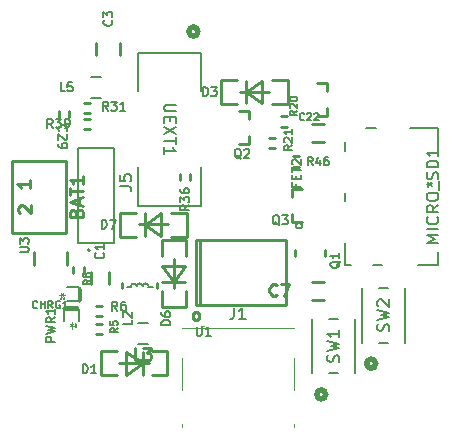
<source format=gbr>
G04 #@! TF.GenerationSoftware,KiCad,Pcbnew,7.0.7*
G04 #@! TF.CreationDate,2024-10-23T00:24:28-07:00*
G04 #@! TF.ProjectId,ESP_POE_1.4b,4553505f-504f-4455-9f31-2e34622e6b69,K*
G04 #@! TF.SameCoordinates,Original*
G04 #@! TF.FileFunction,Legend,Top*
G04 #@! TF.FilePolarity,Positive*
%FSLAX46Y46*%
G04 Gerber Fmt 4.6, Leading zero omitted, Abs format (unit mm)*
G04 Created by KiCad (PCBNEW 7.0.7) date 2024-10-23 00:24:28*
%MOMM*%
%LPD*%
G01*
G04 APERTURE LIST*
%ADD10C,0.190500*%
%ADD11C,0.158750*%
%ADD12C,0.254000*%
%ADD13C,0.177800*%
%ADD14C,0.200000*%
%ADD15C,0.150000*%
%ADD16C,0.127000*%
%ADD17C,0.050000*%
%ADD18C,0.100000*%
%ADD19C,0.152400*%
%ADD20C,0.508000*%
%ADD21C,0.120000*%
G04 APERTURE END LIST*
D10*
X75920600Y-135216609D02*
X75557743Y-135216609D01*
X75557743Y-135216609D02*
X75557743Y-134454609D01*
X76537457Y-134454609D02*
X76174600Y-134454609D01*
X76174600Y-134454609D02*
X76138314Y-134817466D01*
X76138314Y-134817466D02*
X76174600Y-134781181D01*
X76174600Y-134781181D02*
X76247172Y-134744895D01*
X76247172Y-134744895D02*
X76428600Y-134744895D01*
X76428600Y-134744895D02*
X76501172Y-134781181D01*
X76501172Y-134781181D02*
X76537457Y-134817466D01*
X76537457Y-134817466D02*
X76573743Y-134890038D01*
X76573743Y-134890038D02*
X76573743Y-135071466D01*
X76573743Y-135071466D02*
X76537457Y-135144038D01*
X76537457Y-135144038D02*
X76501172Y-135180324D01*
X76501172Y-135180324D02*
X76428600Y-135216609D01*
X76428600Y-135216609D02*
X76247172Y-135216609D01*
X76247172Y-135216609D02*
X76174600Y-135180324D01*
X76174600Y-135180324D02*
X76138314Y-135144038D01*
X74871943Y-138315409D02*
X74617943Y-137952552D01*
X74436514Y-138315409D02*
X74436514Y-137553409D01*
X74436514Y-137553409D02*
X74726800Y-137553409D01*
X74726800Y-137553409D02*
X74799371Y-137589695D01*
X74799371Y-137589695D02*
X74835657Y-137625981D01*
X74835657Y-137625981D02*
X74871943Y-137698552D01*
X74871943Y-137698552D02*
X74871943Y-137807409D01*
X74871943Y-137807409D02*
X74835657Y-137879981D01*
X74835657Y-137879981D02*
X74799371Y-137916266D01*
X74799371Y-137916266D02*
X74726800Y-137952552D01*
X74726800Y-137952552D02*
X74436514Y-137952552D01*
X75125943Y-137553409D02*
X75597657Y-137553409D01*
X75597657Y-137553409D02*
X75343657Y-137843695D01*
X75343657Y-137843695D02*
X75452514Y-137843695D01*
X75452514Y-137843695D02*
X75525086Y-137879981D01*
X75525086Y-137879981D02*
X75561371Y-137916266D01*
X75561371Y-137916266D02*
X75597657Y-137988838D01*
X75597657Y-137988838D02*
X75597657Y-138170266D01*
X75597657Y-138170266D02*
X75561371Y-138242838D01*
X75561371Y-138242838D02*
X75525086Y-138279124D01*
X75525086Y-138279124D02*
X75452514Y-138315409D01*
X75452514Y-138315409D02*
X75234800Y-138315409D01*
X75234800Y-138315409D02*
X75162228Y-138279124D01*
X75162228Y-138279124D02*
X75125943Y-138242838D01*
X75960514Y-138315409D02*
X76105657Y-138315409D01*
X76105657Y-138315409D02*
X76178228Y-138279124D01*
X76178228Y-138279124D02*
X76214514Y-138242838D01*
X76214514Y-138242838D02*
X76287085Y-138133981D01*
X76287085Y-138133981D02*
X76323371Y-137988838D01*
X76323371Y-137988838D02*
X76323371Y-137698552D01*
X76323371Y-137698552D02*
X76287085Y-137625981D01*
X76287085Y-137625981D02*
X76250800Y-137589695D01*
X76250800Y-137589695D02*
X76178228Y-137553409D01*
X76178228Y-137553409D02*
X76033085Y-137553409D01*
X76033085Y-137553409D02*
X75960514Y-137589695D01*
X75960514Y-137589695D02*
X75924228Y-137625981D01*
X75924228Y-137625981D02*
X75887942Y-137698552D01*
X75887942Y-137698552D02*
X75887942Y-137879981D01*
X75887942Y-137879981D02*
X75924228Y-137952552D01*
X75924228Y-137952552D02*
X75960514Y-137988838D01*
X75960514Y-137988838D02*
X76033085Y-138025124D01*
X76033085Y-138025124D02*
X76178228Y-138025124D01*
X76178228Y-138025124D02*
X76250800Y-137988838D01*
X76250800Y-137988838D02*
X76287085Y-137952552D01*
X76287085Y-137952552D02*
X76323371Y-137879981D01*
X79162438Y-148894799D02*
X79198724Y-148931085D01*
X79198724Y-148931085D02*
X79235009Y-149039942D01*
X79235009Y-149039942D02*
X79235009Y-149112514D01*
X79235009Y-149112514D02*
X79198724Y-149221371D01*
X79198724Y-149221371D02*
X79126152Y-149293942D01*
X79126152Y-149293942D02*
X79053581Y-149330228D01*
X79053581Y-149330228D02*
X78908438Y-149366514D01*
X78908438Y-149366514D02*
X78799581Y-149366514D01*
X78799581Y-149366514D02*
X78654438Y-149330228D01*
X78654438Y-149330228D02*
X78581866Y-149293942D01*
X78581866Y-149293942D02*
X78509295Y-149221371D01*
X78509295Y-149221371D02*
X78473009Y-149112514D01*
X78473009Y-149112514D02*
X78473009Y-149039942D01*
X78473009Y-149039942D02*
X78509295Y-148931085D01*
X78509295Y-148931085D02*
X78545581Y-148894799D01*
X79235009Y-148169085D02*
X79235009Y-148604514D01*
X79235009Y-148386799D02*
X78473009Y-148386799D01*
X78473009Y-148386799D02*
X78581866Y-148459371D01*
X78581866Y-148459371D02*
X78654438Y-148531942D01*
X78654438Y-148531942D02*
X78690724Y-148604514D01*
X72097609Y-148840371D02*
X72714466Y-148840371D01*
X72714466Y-148840371D02*
X72787038Y-148804085D01*
X72787038Y-148804085D02*
X72823324Y-148767800D01*
X72823324Y-148767800D02*
X72859609Y-148695228D01*
X72859609Y-148695228D02*
X72859609Y-148550085D01*
X72859609Y-148550085D02*
X72823324Y-148477514D01*
X72823324Y-148477514D02*
X72787038Y-148441228D01*
X72787038Y-148441228D02*
X72714466Y-148404942D01*
X72714466Y-148404942D02*
X72097609Y-148404942D01*
X72097609Y-148114656D02*
X72097609Y-147642942D01*
X72097609Y-147642942D02*
X72387895Y-147896942D01*
X72387895Y-147896942D02*
X72387895Y-147788085D01*
X72387895Y-147788085D02*
X72424181Y-147715514D01*
X72424181Y-147715514D02*
X72460466Y-147679228D01*
X72460466Y-147679228D02*
X72533038Y-147642942D01*
X72533038Y-147642942D02*
X72714466Y-147642942D01*
X72714466Y-147642942D02*
X72787038Y-147679228D01*
X72787038Y-147679228D02*
X72823324Y-147715514D01*
X72823324Y-147715514D02*
X72859609Y-147788085D01*
X72859609Y-147788085D02*
X72859609Y-148005799D01*
X72859609Y-148005799D02*
X72823324Y-148078371D01*
X72823324Y-148078371D02*
X72787038Y-148114656D01*
X80365600Y-153784009D02*
X80111600Y-153421152D01*
X79930171Y-153784009D02*
X79930171Y-153022009D01*
X79930171Y-153022009D02*
X80220457Y-153022009D01*
X80220457Y-153022009D02*
X80293028Y-153058295D01*
X80293028Y-153058295D02*
X80329314Y-153094581D01*
X80329314Y-153094581D02*
X80365600Y-153167152D01*
X80365600Y-153167152D02*
X80365600Y-153276009D01*
X80365600Y-153276009D02*
X80329314Y-153348581D01*
X80329314Y-153348581D02*
X80293028Y-153384866D01*
X80293028Y-153384866D02*
X80220457Y-153421152D01*
X80220457Y-153421152D02*
X79930171Y-153421152D01*
X81018743Y-153022009D02*
X80873600Y-153022009D01*
X80873600Y-153022009D02*
X80801028Y-153058295D01*
X80801028Y-153058295D02*
X80764743Y-153094581D01*
X80764743Y-153094581D02*
X80692171Y-153203438D01*
X80692171Y-153203438D02*
X80655885Y-153348581D01*
X80655885Y-153348581D02*
X80655885Y-153638866D01*
X80655885Y-153638866D02*
X80692171Y-153711438D01*
X80692171Y-153711438D02*
X80728457Y-153747724D01*
X80728457Y-153747724D02*
X80801028Y-153784009D01*
X80801028Y-153784009D02*
X80946171Y-153784009D01*
X80946171Y-153784009D02*
X81018743Y-153747724D01*
X81018743Y-153747724D02*
X81055028Y-153711438D01*
X81055028Y-153711438D02*
X81091314Y-153638866D01*
X81091314Y-153638866D02*
X81091314Y-153457438D01*
X81091314Y-153457438D02*
X81055028Y-153384866D01*
X81055028Y-153384866D02*
X81018743Y-153348581D01*
X81018743Y-153348581D02*
X80946171Y-153312295D01*
X80946171Y-153312295D02*
X80801028Y-153312295D01*
X80801028Y-153312295D02*
X80728457Y-153348581D01*
X80728457Y-153348581D02*
X80692171Y-153384866D01*
X80692171Y-153384866D02*
X80655885Y-153457438D01*
D11*
X73589847Y-153539431D02*
X73559609Y-153569670D01*
X73559609Y-153569670D02*
X73468895Y-153599908D01*
X73468895Y-153599908D02*
X73408419Y-153599908D01*
X73408419Y-153599908D02*
X73317704Y-153569670D01*
X73317704Y-153569670D02*
X73257228Y-153509193D01*
X73257228Y-153509193D02*
X73226990Y-153448717D01*
X73226990Y-153448717D02*
X73196752Y-153327765D01*
X73196752Y-153327765D02*
X73196752Y-153237050D01*
X73196752Y-153237050D02*
X73226990Y-153116098D01*
X73226990Y-153116098D02*
X73257228Y-153055622D01*
X73257228Y-153055622D02*
X73317704Y-152995146D01*
X73317704Y-152995146D02*
X73408419Y-152964908D01*
X73408419Y-152964908D02*
X73468895Y-152964908D01*
X73468895Y-152964908D02*
X73559609Y-152995146D01*
X73559609Y-152995146D02*
X73589847Y-153025384D01*
X73861990Y-153599908D02*
X73861990Y-152964908D01*
X73861990Y-153267289D02*
X74224847Y-153267289D01*
X74224847Y-153599908D02*
X74224847Y-152964908D01*
X74890085Y-153599908D02*
X74678418Y-153297527D01*
X74527228Y-153599908D02*
X74527228Y-152964908D01*
X74527228Y-152964908D02*
X74769133Y-152964908D01*
X74769133Y-152964908D02*
X74829609Y-152995146D01*
X74829609Y-152995146D02*
X74859847Y-153025384D01*
X74859847Y-153025384D02*
X74890085Y-153085860D01*
X74890085Y-153085860D02*
X74890085Y-153176574D01*
X74890085Y-153176574D02*
X74859847Y-153237050D01*
X74859847Y-153237050D02*
X74829609Y-153267289D01*
X74829609Y-153267289D02*
X74769133Y-153297527D01*
X74769133Y-153297527D02*
X74527228Y-153297527D01*
X75494847Y-152995146D02*
X75434371Y-152964908D01*
X75434371Y-152964908D02*
X75343657Y-152964908D01*
X75343657Y-152964908D02*
X75252942Y-152995146D01*
X75252942Y-152995146D02*
X75192466Y-153055622D01*
X75192466Y-153055622D02*
X75162228Y-153116098D01*
X75162228Y-153116098D02*
X75131990Y-153237050D01*
X75131990Y-153237050D02*
X75131990Y-153327765D01*
X75131990Y-153327765D02*
X75162228Y-153448717D01*
X75162228Y-153448717D02*
X75192466Y-153509193D01*
X75192466Y-153509193D02*
X75252942Y-153569670D01*
X75252942Y-153569670D02*
X75343657Y-153599908D01*
X75343657Y-153599908D02*
X75404133Y-153599908D01*
X75404133Y-153599908D02*
X75494847Y-153569670D01*
X75494847Y-153569670D02*
X75525085Y-153539431D01*
X75525085Y-153539431D02*
X75525085Y-153327765D01*
X75525085Y-153327765D02*
X75404133Y-153327765D01*
X76129847Y-153599908D02*
X75766990Y-153599908D01*
X75948418Y-153599908D02*
X75948418Y-152964908D01*
X75948418Y-152964908D02*
X75887942Y-153055622D01*
X75887942Y-153055622D02*
X75827466Y-153116098D01*
X75827466Y-153116098D02*
X75766990Y-153146336D01*
D10*
X75069409Y-156420456D02*
X74307409Y-156420456D01*
X74307409Y-156420456D02*
X74307409Y-156130170D01*
X74307409Y-156130170D02*
X74343695Y-156057599D01*
X74343695Y-156057599D02*
X74379981Y-156021313D01*
X74379981Y-156021313D02*
X74452552Y-155985027D01*
X74452552Y-155985027D02*
X74561409Y-155985027D01*
X74561409Y-155985027D02*
X74633981Y-156021313D01*
X74633981Y-156021313D02*
X74670266Y-156057599D01*
X74670266Y-156057599D02*
X74706552Y-156130170D01*
X74706552Y-156130170D02*
X74706552Y-156420456D01*
X74307409Y-155731027D02*
X75069409Y-155549599D01*
X75069409Y-155549599D02*
X74525124Y-155404456D01*
X74525124Y-155404456D02*
X75069409Y-155259313D01*
X75069409Y-155259313D02*
X74307409Y-155077885D01*
X75069409Y-154352170D02*
X74706552Y-154606170D01*
X75069409Y-154787599D02*
X74307409Y-154787599D01*
X74307409Y-154787599D02*
X74307409Y-154497313D01*
X74307409Y-154497313D02*
X74343695Y-154424742D01*
X74343695Y-154424742D02*
X74379981Y-154388456D01*
X74379981Y-154388456D02*
X74452552Y-154352170D01*
X74452552Y-154352170D02*
X74561409Y-154352170D01*
X74561409Y-154352170D02*
X74633981Y-154388456D01*
X74633981Y-154388456D02*
X74670266Y-154424742D01*
X74670266Y-154424742D02*
X74706552Y-154497313D01*
X74706552Y-154497313D02*
X74706552Y-154787599D01*
X75069409Y-153626456D02*
X75069409Y-154061885D01*
X75069409Y-153844170D02*
X74307409Y-153844170D01*
X74307409Y-153844170D02*
X74416266Y-153916742D01*
X74416266Y-153916742D02*
X74488838Y-153989313D01*
X74488838Y-153989313D02*
X74525124Y-154061885D01*
D11*
X80397108Y-155261733D02*
X80094727Y-155473400D01*
X80397108Y-155624590D02*
X79762108Y-155624590D01*
X79762108Y-155624590D02*
X79762108Y-155382685D01*
X79762108Y-155382685D02*
X79792346Y-155322209D01*
X79792346Y-155322209D02*
X79822584Y-155291971D01*
X79822584Y-155291971D02*
X79883060Y-155261733D01*
X79883060Y-155261733D02*
X79973774Y-155261733D01*
X79973774Y-155261733D02*
X80034250Y-155291971D01*
X80034250Y-155291971D02*
X80064489Y-155322209D01*
X80064489Y-155322209D02*
X80094727Y-155382685D01*
X80094727Y-155382685D02*
X80094727Y-155624590D01*
X79762108Y-154687209D02*
X79762108Y-154989590D01*
X79762108Y-154989590D02*
X80064489Y-155019828D01*
X80064489Y-155019828D02*
X80034250Y-154989590D01*
X80034250Y-154989590D02*
X80004012Y-154929114D01*
X80004012Y-154929114D02*
X80004012Y-154777923D01*
X80004012Y-154777923D02*
X80034250Y-154717447D01*
X80034250Y-154717447D02*
X80064489Y-154687209D01*
X80064489Y-154687209D02*
X80124965Y-154656971D01*
X80124965Y-154656971D02*
X80276155Y-154656971D01*
X80276155Y-154656971D02*
X80336631Y-154687209D01*
X80336631Y-154687209D02*
X80366870Y-154717447D01*
X80366870Y-154717447D02*
X80397108Y-154777923D01*
X80397108Y-154777923D02*
X80397108Y-154929114D01*
X80397108Y-154929114D02*
X80366870Y-154989590D01*
X80366870Y-154989590D02*
X80336631Y-155019828D01*
D10*
X81571809Y-154558999D02*
X81571809Y-154921856D01*
X81571809Y-154921856D02*
X80809809Y-154921856D01*
X80882381Y-154341285D02*
X80846095Y-154304999D01*
X80846095Y-154304999D02*
X80809809Y-154232428D01*
X80809809Y-154232428D02*
X80809809Y-154050999D01*
X80809809Y-154050999D02*
X80846095Y-153978428D01*
X80846095Y-153978428D02*
X80882381Y-153942142D01*
X80882381Y-153942142D02*
X80954952Y-153905856D01*
X80954952Y-153905856D02*
X81027524Y-153905856D01*
X81027524Y-153905856D02*
X81136381Y-153942142D01*
X81136381Y-153942142D02*
X81571809Y-154377570D01*
X81571809Y-154377570D02*
X81571809Y-153905856D01*
D11*
X96187985Y-137613631D02*
X96157747Y-137643870D01*
X96157747Y-137643870D02*
X96067033Y-137674108D01*
X96067033Y-137674108D02*
X96006557Y-137674108D01*
X96006557Y-137674108D02*
X95915842Y-137643870D01*
X95915842Y-137643870D02*
X95855366Y-137583393D01*
X95855366Y-137583393D02*
X95825128Y-137522917D01*
X95825128Y-137522917D02*
X95794890Y-137401965D01*
X95794890Y-137401965D02*
X95794890Y-137311250D01*
X95794890Y-137311250D02*
X95825128Y-137190298D01*
X95825128Y-137190298D02*
X95855366Y-137129822D01*
X95855366Y-137129822D02*
X95915842Y-137069346D01*
X95915842Y-137069346D02*
X96006557Y-137039108D01*
X96006557Y-137039108D02*
X96067033Y-137039108D01*
X96067033Y-137039108D02*
X96157747Y-137069346D01*
X96157747Y-137069346D02*
X96187985Y-137099584D01*
X96429890Y-137099584D02*
X96460128Y-137069346D01*
X96460128Y-137069346D02*
X96520604Y-137039108D01*
X96520604Y-137039108D02*
X96671795Y-137039108D01*
X96671795Y-137039108D02*
X96732271Y-137069346D01*
X96732271Y-137069346D02*
X96762509Y-137099584D01*
X96762509Y-137099584D02*
X96792747Y-137160060D01*
X96792747Y-137160060D02*
X96792747Y-137220536D01*
X96792747Y-137220536D02*
X96762509Y-137311250D01*
X96762509Y-137311250D02*
X96399652Y-137674108D01*
X96399652Y-137674108D02*
X96792747Y-137674108D01*
X97034652Y-137099584D02*
X97064890Y-137069346D01*
X97064890Y-137069346D02*
X97125366Y-137039108D01*
X97125366Y-137039108D02*
X97276557Y-137039108D01*
X97276557Y-137039108D02*
X97337033Y-137069346D01*
X97337033Y-137069346D02*
X97367271Y-137099584D01*
X97367271Y-137099584D02*
X97397509Y-137160060D01*
X97397509Y-137160060D02*
X97397509Y-137220536D01*
X97397509Y-137220536D02*
X97367271Y-137311250D01*
X97367271Y-137311250D02*
X97004414Y-137674108D01*
X97004414Y-137674108D02*
X97397509Y-137674108D01*
D12*
X82329867Y-157987612D02*
X81846057Y-157987612D01*
X81846057Y-157987612D02*
X81846057Y-156971612D01*
X82571771Y-156971612D02*
X83200724Y-156971612D01*
X83200724Y-156971612D02*
X82862057Y-157358660D01*
X82862057Y-157358660D02*
X83007200Y-157358660D01*
X83007200Y-157358660D02*
X83103962Y-157407041D01*
X83103962Y-157407041D02*
X83152343Y-157455422D01*
X83152343Y-157455422D02*
X83200724Y-157552184D01*
X83200724Y-157552184D02*
X83200724Y-157794089D01*
X83200724Y-157794089D02*
X83152343Y-157890851D01*
X83152343Y-157890851D02*
X83103962Y-157939232D01*
X83103962Y-157939232D02*
X83007200Y-157987612D01*
X83007200Y-157987612D02*
X82716914Y-157987612D01*
X82716914Y-157987612D02*
X82620152Y-157939232D01*
X82620152Y-157939232D02*
X82571771Y-157890851D01*
X93861467Y-152455251D02*
X93813086Y-152503632D01*
X93813086Y-152503632D02*
X93667943Y-152552012D01*
X93667943Y-152552012D02*
X93571181Y-152552012D01*
X93571181Y-152552012D02*
X93426038Y-152503632D01*
X93426038Y-152503632D02*
X93329276Y-152406870D01*
X93329276Y-152406870D02*
X93280895Y-152310108D01*
X93280895Y-152310108D02*
X93232514Y-152116584D01*
X93232514Y-152116584D02*
X93232514Y-151971441D01*
X93232514Y-151971441D02*
X93280895Y-151777917D01*
X93280895Y-151777917D02*
X93329276Y-151681155D01*
X93329276Y-151681155D02*
X93426038Y-151584393D01*
X93426038Y-151584393D02*
X93571181Y-151536012D01*
X93571181Y-151536012D02*
X93667943Y-151536012D01*
X93667943Y-151536012D02*
X93813086Y-151584393D01*
X93813086Y-151584393D02*
X93861467Y-151632774D01*
X94200133Y-151536012D02*
X94877467Y-151536012D01*
X94877467Y-151536012D02*
X94442038Y-152552012D01*
D10*
X95513506Y-143037559D02*
X95513506Y-143291559D01*
X95912649Y-143291559D02*
X95150649Y-143291559D01*
X95150649Y-143291559D02*
X95150649Y-142928702D01*
X95513506Y-142638416D02*
X95513506Y-142384416D01*
X95912649Y-142275559D02*
X95912649Y-142638416D01*
X95912649Y-142638416D02*
X95150649Y-142638416D01*
X95150649Y-142638416D02*
X95150649Y-142275559D01*
X95150649Y-142057844D02*
X95150649Y-141622416D01*
X95912649Y-141840130D02*
X95150649Y-141840130D01*
X95223221Y-141404702D02*
X95186935Y-141368416D01*
X95186935Y-141368416D02*
X95150649Y-141295845D01*
X95150649Y-141295845D02*
X95150649Y-141114416D01*
X95150649Y-141114416D02*
X95186935Y-141041845D01*
X95186935Y-141041845D02*
X95223221Y-141005559D01*
X95223221Y-141005559D02*
X95295792Y-140969273D01*
X95295792Y-140969273D02*
X95368364Y-140969273D01*
X95368364Y-140969273D02*
X95477221Y-141005559D01*
X95477221Y-141005559D02*
X95912649Y-141440987D01*
X95912649Y-141440987D02*
X95912649Y-140969273D01*
D11*
X95586308Y-136882414D02*
X95283927Y-137094081D01*
X95586308Y-137245271D02*
X94951308Y-137245271D01*
X94951308Y-137245271D02*
X94951308Y-137003366D01*
X94951308Y-137003366D02*
X94981546Y-136942890D01*
X94981546Y-136942890D02*
X95011784Y-136912652D01*
X95011784Y-136912652D02*
X95072260Y-136882414D01*
X95072260Y-136882414D02*
X95162974Y-136882414D01*
X95162974Y-136882414D02*
X95223450Y-136912652D01*
X95223450Y-136912652D02*
X95253689Y-136942890D01*
X95253689Y-136942890D02*
X95283927Y-137003366D01*
X95283927Y-137003366D02*
X95283927Y-137245271D01*
X95011784Y-136640509D02*
X94981546Y-136610271D01*
X94981546Y-136610271D02*
X94951308Y-136549795D01*
X94951308Y-136549795D02*
X94951308Y-136398604D01*
X94951308Y-136398604D02*
X94981546Y-136338128D01*
X94981546Y-136338128D02*
X95011784Y-136307890D01*
X95011784Y-136307890D02*
X95072260Y-136277652D01*
X95072260Y-136277652D02*
X95132736Y-136277652D01*
X95132736Y-136277652D02*
X95223450Y-136307890D01*
X95223450Y-136307890D02*
X95586308Y-136670747D01*
X95586308Y-136670747D02*
X95586308Y-136277652D01*
X94951308Y-135884557D02*
X94951308Y-135824080D01*
X94951308Y-135824080D02*
X94981546Y-135763604D01*
X94981546Y-135763604D02*
X95011784Y-135733366D01*
X95011784Y-135733366D02*
X95072260Y-135703128D01*
X95072260Y-135703128D02*
X95193212Y-135672890D01*
X95193212Y-135672890D02*
X95344403Y-135672890D01*
X95344403Y-135672890D02*
X95465355Y-135703128D01*
X95465355Y-135703128D02*
X95525831Y-135733366D01*
X95525831Y-135733366D02*
X95556070Y-135763604D01*
X95556070Y-135763604D02*
X95586308Y-135824080D01*
X95586308Y-135824080D02*
X95586308Y-135884557D01*
X95586308Y-135884557D02*
X95556070Y-135945033D01*
X95556070Y-135945033D02*
X95525831Y-135975271D01*
X95525831Y-135975271D02*
X95465355Y-136005509D01*
X95465355Y-136005509D02*
X95344403Y-136035747D01*
X95344403Y-136035747D02*
X95193212Y-136035747D01*
X95193212Y-136035747D02*
X95072260Y-136005509D01*
X95072260Y-136005509D02*
X95011784Y-135975271D01*
X95011784Y-135975271D02*
X94981546Y-135945033D01*
X94981546Y-135945033D02*
X94951308Y-135884557D01*
D13*
X95188768Y-139801599D02*
X94850102Y-140038666D01*
X95188768Y-140207999D02*
X94477568Y-140207999D01*
X94477568Y-140207999D02*
X94477568Y-139937066D01*
X94477568Y-139937066D02*
X94511435Y-139869333D01*
X94511435Y-139869333D02*
X94545302Y-139835466D01*
X94545302Y-139835466D02*
X94613035Y-139801599D01*
X94613035Y-139801599D02*
X94714635Y-139801599D01*
X94714635Y-139801599D02*
X94782368Y-139835466D01*
X94782368Y-139835466D02*
X94816235Y-139869333D01*
X94816235Y-139869333D02*
X94850102Y-139937066D01*
X94850102Y-139937066D02*
X94850102Y-140207999D01*
X94545302Y-139530666D02*
X94511435Y-139496799D01*
X94511435Y-139496799D02*
X94477568Y-139429066D01*
X94477568Y-139429066D02*
X94477568Y-139259733D01*
X94477568Y-139259733D02*
X94511435Y-139191999D01*
X94511435Y-139191999D02*
X94545302Y-139158133D01*
X94545302Y-139158133D02*
X94613035Y-139124266D01*
X94613035Y-139124266D02*
X94680768Y-139124266D01*
X94680768Y-139124266D02*
X94782368Y-139158133D01*
X94782368Y-139158133D02*
X95188768Y-139564533D01*
X95188768Y-139564533D02*
X95188768Y-139124266D01*
X95188768Y-138446933D02*
X95188768Y-138853333D01*
X95188768Y-138650133D02*
X94477568Y-138650133D01*
X94477568Y-138650133D02*
X94579168Y-138717866D01*
X94579168Y-138717866D02*
X94646902Y-138785600D01*
X94646902Y-138785600D02*
X94680768Y-138853333D01*
D10*
X94085228Y-146566781D02*
X94012657Y-146530495D01*
X94012657Y-146530495D02*
X93940085Y-146457924D01*
X93940085Y-146457924D02*
X93831228Y-146349066D01*
X93831228Y-146349066D02*
X93758657Y-146312781D01*
X93758657Y-146312781D02*
X93686085Y-146312781D01*
X93722371Y-146494209D02*
X93649800Y-146457924D01*
X93649800Y-146457924D02*
X93577228Y-146385352D01*
X93577228Y-146385352D02*
X93540942Y-146240209D01*
X93540942Y-146240209D02*
X93540942Y-145986209D01*
X93540942Y-145986209D02*
X93577228Y-145841066D01*
X93577228Y-145841066D02*
X93649800Y-145768495D01*
X93649800Y-145768495D02*
X93722371Y-145732209D01*
X93722371Y-145732209D02*
X93867514Y-145732209D01*
X93867514Y-145732209D02*
X93940085Y-145768495D01*
X93940085Y-145768495D02*
X94012657Y-145841066D01*
X94012657Y-145841066D02*
X94048942Y-145986209D01*
X94048942Y-145986209D02*
X94048942Y-146240209D01*
X94048942Y-146240209D02*
X94012657Y-146385352D01*
X94012657Y-146385352D02*
X93940085Y-146457924D01*
X93940085Y-146457924D02*
X93867514Y-146494209D01*
X93867514Y-146494209D02*
X93722371Y-146494209D01*
X94302943Y-145732209D02*
X94774657Y-145732209D01*
X94774657Y-145732209D02*
X94520657Y-146022495D01*
X94520657Y-146022495D02*
X94629514Y-146022495D01*
X94629514Y-146022495D02*
X94702086Y-146058781D01*
X94702086Y-146058781D02*
X94738371Y-146095066D01*
X94738371Y-146095066D02*
X94774657Y-146167638D01*
X94774657Y-146167638D02*
X94774657Y-146349066D01*
X94774657Y-146349066D02*
X94738371Y-146421638D01*
X94738371Y-146421638D02*
X94702086Y-146457924D01*
X94702086Y-146457924D02*
X94629514Y-146494209D01*
X94629514Y-146494209D02*
X94411800Y-146494209D01*
X94411800Y-146494209D02*
X94339228Y-146457924D01*
X94339228Y-146457924D02*
X94302943Y-146421638D01*
X90844188Y-140917821D02*
X90771617Y-140881535D01*
X90771617Y-140881535D02*
X90699045Y-140808964D01*
X90699045Y-140808964D02*
X90590188Y-140700106D01*
X90590188Y-140700106D02*
X90517617Y-140663821D01*
X90517617Y-140663821D02*
X90445045Y-140663821D01*
X90481331Y-140845249D02*
X90408760Y-140808964D01*
X90408760Y-140808964D02*
X90336188Y-140736392D01*
X90336188Y-140736392D02*
X90299902Y-140591249D01*
X90299902Y-140591249D02*
X90299902Y-140337249D01*
X90299902Y-140337249D02*
X90336188Y-140192106D01*
X90336188Y-140192106D02*
X90408760Y-140119535D01*
X90408760Y-140119535D02*
X90481331Y-140083249D01*
X90481331Y-140083249D02*
X90626474Y-140083249D01*
X90626474Y-140083249D02*
X90699045Y-140119535D01*
X90699045Y-140119535D02*
X90771617Y-140192106D01*
X90771617Y-140192106D02*
X90807902Y-140337249D01*
X90807902Y-140337249D02*
X90807902Y-140591249D01*
X90807902Y-140591249D02*
X90771617Y-140736392D01*
X90771617Y-140736392D02*
X90699045Y-140808964D01*
X90699045Y-140808964D02*
X90626474Y-140845249D01*
X90626474Y-140845249D02*
X90481331Y-140845249D01*
X91098188Y-140155821D02*
X91134474Y-140119535D01*
X91134474Y-140119535D02*
X91207046Y-140083249D01*
X91207046Y-140083249D02*
X91388474Y-140083249D01*
X91388474Y-140083249D02*
X91461046Y-140119535D01*
X91461046Y-140119535D02*
X91497331Y-140155821D01*
X91497331Y-140155821D02*
X91533617Y-140228392D01*
X91533617Y-140228392D02*
X91533617Y-140300964D01*
X91533617Y-140300964D02*
X91497331Y-140409821D01*
X91497331Y-140409821D02*
X91061903Y-140845249D01*
X91061903Y-140845249D02*
X91533617Y-140845249D01*
X79570943Y-136867609D02*
X79316943Y-136504752D01*
X79135514Y-136867609D02*
X79135514Y-136105609D01*
X79135514Y-136105609D02*
X79425800Y-136105609D01*
X79425800Y-136105609D02*
X79498371Y-136141895D01*
X79498371Y-136141895D02*
X79534657Y-136178181D01*
X79534657Y-136178181D02*
X79570943Y-136250752D01*
X79570943Y-136250752D02*
X79570943Y-136359609D01*
X79570943Y-136359609D02*
X79534657Y-136432181D01*
X79534657Y-136432181D02*
X79498371Y-136468466D01*
X79498371Y-136468466D02*
X79425800Y-136504752D01*
X79425800Y-136504752D02*
X79135514Y-136504752D01*
X79824943Y-136105609D02*
X80296657Y-136105609D01*
X80296657Y-136105609D02*
X80042657Y-136395895D01*
X80042657Y-136395895D02*
X80151514Y-136395895D01*
X80151514Y-136395895D02*
X80224086Y-136432181D01*
X80224086Y-136432181D02*
X80260371Y-136468466D01*
X80260371Y-136468466D02*
X80296657Y-136541038D01*
X80296657Y-136541038D02*
X80296657Y-136722466D01*
X80296657Y-136722466D02*
X80260371Y-136795038D01*
X80260371Y-136795038D02*
X80224086Y-136831324D01*
X80224086Y-136831324D02*
X80151514Y-136867609D01*
X80151514Y-136867609D02*
X79933800Y-136867609D01*
X79933800Y-136867609D02*
X79861228Y-136831324D01*
X79861228Y-136831324D02*
X79824943Y-136795038D01*
X81022371Y-136867609D02*
X80586942Y-136867609D01*
X80804657Y-136867609D02*
X80804657Y-136105609D01*
X80804657Y-136105609D02*
X80732085Y-136214466D01*
X80732085Y-136214466D02*
X80659514Y-136287038D01*
X80659514Y-136287038D02*
X80586942Y-136323324D01*
X86448609Y-144863456D02*
X86085752Y-145117456D01*
X86448609Y-145298885D02*
X85686609Y-145298885D01*
X85686609Y-145298885D02*
X85686609Y-145008599D01*
X85686609Y-145008599D02*
X85722895Y-144936028D01*
X85722895Y-144936028D02*
X85759181Y-144899742D01*
X85759181Y-144899742D02*
X85831752Y-144863456D01*
X85831752Y-144863456D02*
X85940609Y-144863456D01*
X85940609Y-144863456D02*
X86013181Y-144899742D01*
X86013181Y-144899742D02*
X86049466Y-144936028D01*
X86049466Y-144936028D02*
X86085752Y-145008599D01*
X86085752Y-145008599D02*
X86085752Y-145298885D01*
X85686609Y-144609456D02*
X85686609Y-144137742D01*
X85686609Y-144137742D02*
X85976895Y-144391742D01*
X85976895Y-144391742D02*
X85976895Y-144282885D01*
X85976895Y-144282885D02*
X86013181Y-144210314D01*
X86013181Y-144210314D02*
X86049466Y-144174028D01*
X86049466Y-144174028D02*
X86122038Y-144137742D01*
X86122038Y-144137742D02*
X86303466Y-144137742D01*
X86303466Y-144137742D02*
X86376038Y-144174028D01*
X86376038Y-144174028D02*
X86412324Y-144210314D01*
X86412324Y-144210314D02*
X86448609Y-144282885D01*
X86448609Y-144282885D02*
X86448609Y-144500599D01*
X86448609Y-144500599D02*
X86412324Y-144573171D01*
X86412324Y-144573171D02*
X86376038Y-144609456D01*
X85686609Y-143484600D02*
X85686609Y-143629742D01*
X85686609Y-143629742D02*
X85722895Y-143702314D01*
X85722895Y-143702314D02*
X85759181Y-143738600D01*
X85759181Y-143738600D02*
X85868038Y-143811171D01*
X85868038Y-143811171D02*
X86013181Y-143847457D01*
X86013181Y-143847457D02*
X86303466Y-143847457D01*
X86303466Y-143847457D02*
X86376038Y-143811171D01*
X86376038Y-143811171D02*
X86412324Y-143774885D01*
X86412324Y-143774885D02*
X86448609Y-143702314D01*
X86448609Y-143702314D02*
X86448609Y-143557171D01*
X86448609Y-143557171D02*
X86412324Y-143484600D01*
X86412324Y-143484600D02*
X86376038Y-143448314D01*
X86376038Y-143448314D02*
X86303466Y-143412028D01*
X86303466Y-143412028D02*
X86122038Y-143412028D01*
X86122038Y-143412028D02*
X86049466Y-143448314D01*
X86049466Y-143448314D02*
X86013181Y-143484600D01*
X86013181Y-143484600D02*
X85976895Y-143557171D01*
X85976895Y-143557171D02*
X85976895Y-143702314D01*
X85976895Y-143702314D02*
X86013181Y-143774885D01*
X86013181Y-143774885D02*
X86049466Y-143811171D01*
X86049466Y-143811171D02*
X86122038Y-143847457D01*
D13*
X96901000Y-141492968D02*
X96663933Y-141154302D01*
X96494600Y-141492968D02*
X96494600Y-140781768D01*
X96494600Y-140781768D02*
X96765533Y-140781768D01*
X96765533Y-140781768D02*
X96833267Y-140815635D01*
X96833267Y-140815635D02*
X96867133Y-140849502D01*
X96867133Y-140849502D02*
X96901000Y-140917235D01*
X96901000Y-140917235D02*
X96901000Y-141018835D01*
X96901000Y-141018835D02*
X96867133Y-141086568D01*
X96867133Y-141086568D02*
X96833267Y-141120435D01*
X96833267Y-141120435D02*
X96765533Y-141154302D01*
X96765533Y-141154302D02*
X96494600Y-141154302D01*
X97510600Y-141018835D02*
X97510600Y-141492968D01*
X97341267Y-140747902D02*
X97171933Y-141255902D01*
X97171933Y-141255902D02*
X97612200Y-141255902D01*
X98187933Y-140781768D02*
X98052466Y-140781768D01*
X98052466Y-140781768D02*
X97984733Y-140815635D01*
X97984733Y-140815635D02*
X97950866Y-140849502D01*
X97950866Y-140849502D02*
X97883133Y-140951102D01*
X97883133Y-140951102D02*
X97849266Y-141086568D01*
X97849266Y-141086568D02*
X97849266Y-141357502D01*
X97849266Y-141357502D02*
X97883133Y-141425235D01*
X97883133Y-141425235D02*
X97917000Y-141459102D01*
X97917000Y-141459102D02*
X97984733Y-141492968D01*
X97984733Y-141492968D02*
X98120200Y-141492968D01*
X98120200Y-141492968D02*
X98187933Y-141459102D01*
X98187933Y-141459102D02*
X98221800Y-141425235D01*
X98221800Y-141425235D02*
X98255666Y-141357502D01*
X98255666Y-141357502D02*
X98255666Y-141188168D01*
X98255666Y-141188168D02*
X98221800Y-141120435D01*
X98221800Y-141120435D02*
X98187933Y-141086568D01*
X98187933Y-141086568D02*
X98120200Y-141052702D01*
X98120200Y-141052702D02*
X97984733Y-141052702D01*
X97984733Y-141052702D02*
X97917000Y-141086568D01*
X97917000Y-141086568D02*
X97883133Y-141120435D01*
X97883133Y-141120435D02*
X97849266Y-141188168D01*
D10*
X87074828Y-155168309D02*
X87074828Y-155785166D01*
X87074828Y-155785166D02*
X87111114Y-155857738D01*
X87111114Y-155857738D02*
X87147400Y-155894024D01*
X87147400Y-155894024D02*
X87219971Y-155930309D01*
X87219971Y-155930309D02*
X87365114Y-155930309D01*
X87365114Y-155930309D02*
X87437685Y-155894024D01*
X87437685Y-155894024D02*
X87473971Y-155857738D01*
X87473971Y-155857738D02*
X87510257Y-155785166D01*
X87510257Y-155785166D02*
X87510257Y-155168309D01*
X88272257Y-155930309D02*
X87836828Y-155930309D01*
X88054543Y-155930309D02*
X88054543Y-155168309D01*
X88054543Y-155168309D02*
X87981971Y-155277166D01*
X87981971Y-155277166D02*
X87909400Y-155349738D01*
X87909400Y-155349738D02*
X87836828Y-155386024D01*
D12*
X86947828Y-154584012D02*
X86851066Y-154535632D01*
X86851066Y-154535632D02*
X86802685Y-154487251D01*
X86802685Y-154487251D02*
X86754304Y-154390489D01*
X86754304Y-154390489D02*
X86754304Y-154100203D01*
X86754304Y-154100203D02*
X86802685Y-154003441D01*
X86802685Y-154003441D02*
X86851066Y-153955060D01*
X86851066Y-153955060D02*
X86947828Y-153906679D01*
X86947828Y-153906679D02*
X87092971Y-153906679D01*
X87092971Y-153906679D02*
X87189733Y-153955060D01*
X87189733Y-153955060D02*
X87238114Y-154003441D01*
X87238114Y-154003441D02*
X87286495Y-154100203D01*
X87286495Y-154100203D02*
X87286495Y-154390489D01*
X87286495Y-154390489D02*
X87238114Y-154487251D01*
X87238114Y-154487251D02*
X87189733Y-154535632D01*
X87189733Y-154535632D02*
X87092971Y-154584012D01*
X87092971Y-154584012D02*
X86947828Y-154584012D01*
D10*
X99233781Y-149597371D02*
X99197495Y-149669942D01*
X99197495Y-149669942D02*
X99124924Y-149742514D01*
X99124924Y-149742514D02*
X99016066Y-149851371D01*
X99016066Y-149851371D02*
X98979781Y-149923942D01*
X98979781Y-149923942D02*
X98979781Y-149996514D01*
X99161209Y-149960228D02*
X99124924Y-150032800D01*
X99124924Y-150032800D02*
X99052352Y-150105371D01*
X99052352Y-150105371D02*
X98907209Y-150141657D01*
X98907209Y-150141657D02*
X98653209Y-150141657D01*
X98653209Y-150141657D02*
X98508066Y-150105371D01*
X98508066Y-150105371D02*
X98435495Y-150032800D01*
X98435495Y-150032800D02*
X98399209Y-149960228D01*
X98399209Y-149960228D02*
X98399209Y-149815085D01*
X98399209Y-149815085D02*
X98435495Y-149742514D01*
X98435495Y-149742514D02*
X98508066Y-149669942D01*
X98508066Y-149669942D02*
X98653209Y-149633657D01*
X98653209Y-149633657D02*
X98907209Y-149633657D01*
X98907209Y-149633657D02*
X99052352Y-149669942D01*
X99052352Y-149669942D02*
X99124924Y-149742514D01*
X99124924Y-149742514D02*
X99161209Y-149815085D01*
X99161209Y-149815085D02*
X99161209Y-149960228D01*
X99161209Y-148907942D02*
X99161209Y-149343371D01*
X99161209Y-149125656D02*
X98399209Y-149125656D01*
X98399209Y-149125656D02*
X98508066Y-149198228D01*
X98508066Y-149198228D02*
X98580638Y-149270799D01*
X98580638Y-149270799D02*
X98616924Y-149343371D01*
D14*
X96003295Y-146660943D02*
X95965200Y-146737133D01*
X95965200Y-146737133D02*
X95927104Y-146775228D01*
X95927104Y-146775228D02*
X95850914Y-146813324D01*
X95850914Y-146813324D02*
X95622342Y-146813324D01*
X95622342Y-146813324D02*
X95546152Y-146775228D01*
X95546152Y-146775228D02*
X95508057Y-146737133D01*
X95508057Y-146737133D02*
X95469961Y-146660943D01*
X95469961Y-146660943D02*
X95469961Y-146546657D01*
X95469961Y-146546657D02*
X95508057Y-146470466D01*
X95508057Y-146470466D02*
X95546152Y-146432371D01*
X95546152Y-146432371D02*
X95622342Y-146394276D01*
X95622342Y-146394276D02*
X95850914Y-146394276D01*
X95850914Y-146394276D02*
X95927104Y-146432371D01*
X95927104Y-146432371D02*
X95965200Y-146470466D01*
X95965200Y-146470466D02*
X96003295Y-146546657D01*
X96003295Y-146546657D02*
X96003295Y-146660943D01*
D10*
X84848409Y-155014828D02*
X84086409Y-155014828D01*
X84086409Y-155014828D02*
X84086409Y-154833399D01*
X84086409Y-154833399D02*
X84122695Y-154724542D01*
X84122695Y-154724542D02*
X84195266Y-154651971D01*
X84195266Y-154651971D02*
X84267838Y-154615685D01*
X84267838Y-154615685D02*
X84412981Y-154579399D01*
X84412981Y-154579399D02*
X84521838Y-154579399D01*
X84521838Y-154579399D02*
X84666981Y-154615685D01*
X84666981Y-154615685D02*
X84739552Y-154651971D01*
X84739552Y-154651971D02*
X84812124Y-154724542D01*
X84812124Y-154724542D02*
X84848409Y-154833399D01*
X84848409Y-154833399D02*
X84848409Y-155014828D01*
X84086409Y-153926257D02*
X84086409Y-154071399D01*
X84086409Y-154071399D02*
X84122695Y-154143971D01*
X84122695Y-154143971D02*
X84158981Y-154180257D01*
X84158981Y-154180257D02*
X84267838Y-154252828D01*
X84267838Y-154252828D02*
X84412981Y-154289114D01*
X84412981Y-154289114D02*
X84703266Y-154289114D01*
X84703266Y-154289114D02*
X84775838Y-154252828D01*
X84775838Y-154252828D02*
X84812124Y-154216542D01*
X84812124Y-154216542D02*
X84848409Y-154143971D01*
X84848409Y-154143971D02*
X84848409Y-153998828D01*
X84848409Y-153998828D02*
X84812124Y-153926257D01*
X84812124Y-153926257D02*
X84775838Y-153889971D01*
X84775838Y-153889971D02*
X84703266Y-153853685D01*
X84703266Y-153853685D02*
X84521838Y-153853685D01*
X84521838Y-153853685D02*
X84449266Y-153889971D01*
X84449266Y-153889971D02*
X84412981Y-153926257D01*
X84412981Y-153926257D02*
X84376695Y-153998828D01*
X84376695Y-153998828D02*
X84376695Y-154143971D01*
X84376695Y-154143971D02*
X84412981Y-154216542D01*
X84412981Y-154216542D02*
X84449266Y-154252828D01*
X84449266Y-154252828D02*
X84521838Y-154289114D01*
X79041171Y-146849809D02*
X79041171Y-146087809D01*
X79041171Y-146087809D02*
X79222600Y-146087809D01*
X79222600Y-146087809D02*
X79331457Y-146124095D01*
X79331457Y-146124095D02*
X79404028Y-146196666D01*
X79404028Y-146196666D02*
X79440314Y-146269238D01*
X79440314Y-146269238D02*
X79476600Y-146414381D01*
X79476600Y-146414381D02*
X79476600Y-146523238D01*
X79476600Y-146523238D02*
X79440314Y-146668381D01*
X79440314Y-146668381D02*
X79404028Y-146740952D01*
X79404028Y-146740952D02*
X79331457Y-146813524D01*
X79331457Y-146813524D02*
X79222600Y-146849809D01*
X79222600Y-146849809D02*
X79041171Y-146849809D01*
X79730600Y-146087809D02*
X80238600Y-146087809D01*
X80238600Y-146087809D02*
X79912028Y-146849809D01*
X87605971Y-135623009D02*
X87605971Y-134861009D01*
X87605971Y-134861009D02*
X87787400Y-134861009D01*
X87787400Y-134861009D02*
X87896257Y-134897295D01*
X87896257Y-134897295D02*
X87968828Y-134969866D01*
X87968828Y-134969866D02*
X88005114Y-135042438D01*
X88005114Y-135042438D02*
X88041400Y-135187581D01*
X88041400Y-135187581D02*
X88041400Y-135296438D01*
X88041400Y-135296438D02*
X88005114Y-135441581D01*
X88005114Y-135441581D02*
X87968828Y-135514152D01*
X87968828Y-135514152D02*
X87896257Y-135586724D01*
X87896257Y-135586724D02*
X87787400Y-135623009D01*
X87787400Y-135623009D02*
X87605971Y-135623009D01*
X88295400Y-134861009D02*
X88767114Y-134861009D01*
X88767114Y-134861009D02*
X88513114Y-135151295D01*
X88513114Y-135151295D02*
X88621971Y-135151295D01*
X88621971Y-135151295D02*
X88694543Y-135187581D01*
X88694543Y-135187581D02*
X88730828Y-135223866D01*
X88730828Y-135223866D02*
X88767114Y-135296438D01*
X88767114Y-135296438D02*
X88767114Y-135477866D01*
X88767114Y-135477866D02*
X88730828Y-135550438D01*
X88730828Y-135550438D02*
X88694543Y-135586724D01*
X88694543Y-135586724D02*
X88621971Y-135623009D01*
X88621971Y-135623009D02*
X88404257Y-135623009D01*
X88404257Y-135623009D02*
X88331685Y-135586724D01*
X88331685Y-135586724D02*
X88295400Y-135550438D01*
X77415571Y-159092609D02*
X77415571Y-158330609D01*
X77415571Y-158330609D02*
X77597000Y-158330609D01*
X77597000Y-158330609D02*
X77705857Y-158366895D01*
X77705857Y-158366895D02*
X77778428Y-158439466D01*
X77778428Y-158439466D02*
X77814714Y-158512038D01*
X77814714Y-158512038D02*
X77851000Y-158657181D01*
X77851000Y-158657181D02*
X77851000Y-158766038D01*
X77851000Y-158766038D02*
X77814714Y-158911181D01*
X77814714Y-158911181D02*
X77778428Y-158983752D01*
X77778428Y-158983752D02*
X77705857Y-159056324D01*
X77705857Y-159056324D02*
X77597000Y-159092609D01*
X77597000Y-159092609D02*
X77415571Y-159092609D01*
X78576714Y-159092609D02*
X78141285Y-159092609D01*
X78359000Y-159092609D02*
X78359000Y-158330609D01*
X78359000Y-158330609D02*
X78286428Y-158439466D01*
X78286428Y-158439466D02*
X78213857Y-158512038D01*
X78213857Y-158512038D02*
X78141285Y-158548324D01*
X79873638Y-129209799D02*
X79909924Y-129246085D01*
X79909924Y-129246085D02*
X79946209Y-129354942D01*
X79946209Y-129354942D02*
X79946209Y-129427514D01*
X79946209Y-129427514D02*
X79909924Y-129536371D01*
X79909924Y-129536371D02*
X79837352Y-129608942D01*
X79837352Y-129608942D02*
X79764781Y-129645228D01*
X79764781Y-129645228D02*
X79619638Y-129681514D01*
X79619638Y-129681514D02*
X79510781Y-129681514D01*
X79510781Y-129681514D02*
X79365638Y-129645228D01*
X79365638Y-129645228D02*
X79293066Y-129608942D01*
X79293066Y-129608942D02*
X79220495Y-129536371D01*
X79220495Y-129536371D02*
X79184209Y-129427514D01*
X79184209Y-129427514D02*
X79184209Y-129354942D01*
X79184209Y-129354942D02*
X79220495Y-129246085D01*
X79220495Y-129246085D02*
X79256781Y-129209799D01*
X79184209Y-128955799D02*
X79184209Y-128484085D01*
X79184209Y-128484085D02*
X79474495Y-128738085D01*
X79474495Y-128738085D02*
X79474495Y-128629228D01*
X79474495Y-128629228D02*
X79510781Y-128556657D01*
X79510781Y-128556657D02*
X79547066Y-128520371D01*
X79547066Y-128520371D02*
X79619638Y-128484085D01*
X79619638Y-128484085D02*
X79801066Y-128484085D01*
X79801066Y-128484085D02*
X79873638Y-128520371D01*
X79873638Y-128520371D02*
X79909924Y-128556657D01*
X79909924Y-128556657D02*
X79946209Y-128629228D01*
X79946209Y-128629228D02*
X79946209Y-128846942D01*
X79946209Y-128846942D02*
X79909924Y-128919514D01*
X79909924Y-128919514D02*
X79873638Y-128955799D01*
D15*
X85324031Y-136345871D02*
X84514508Y-136345871D01*
X84514508Y-136345871D02*
X84419270Y-136393490D01*
X84419270Y-136393490D02*
X84371651Y-136441109D01*
X84371651Y-136441109D02*
X84324031Y-136536347D01*
X84324031Y-136536347D02*
X84324031Y-136726823D01*
X84324031Y-136726823D02*
X84371651Y-136822061D01*
X84371651Y-136822061D02*
X84419270Y-136869680D01*
X84419270Y-136869680D02*
X84514508Y-136917299D01*
X84514508Y-136917299D02*
X85324031Y-136917299D01*
X84847841Y-137393490D02*
X84847841Y-137726823D01*
X84324031Y-137869680D02*
X84324031Y-137393490D01*
X84324031Y-137393490D02*
X85324031Y-137393490D01*
X85324031Y-137393490D02*
X85324031Y-137869680D01*
X85324031Y-138203014D02*
X84324031Y-138869680D01*
X85324031Y-138869680D02*
X84324031Y-138203014D01*
X85324031Y-139107776D02*
X85324031Y-139679204D01*
X84324031Y-139393490D02*
X85324031Y-139393490D01*
X84324031Y-140536347D02*
X84324031Y-139964919D01*
X84324031Y-140250633D02*
X85324031Y-140250633D01*
X85324031Y-140250633D02*
X85181174Y-140155395D01*
X85181174Y-140155395D02*
X85085936Y-140060157D01*
X85085936Y-140060157D02*
X85038317Y-139964919D01*
D11*
X78111108Y-151185033D02*
X77808727Y-151396700D01*
X78111108Y-151547890D02*
X77476108Y-151547890D01*
X77476108Y-151547890D02*
X77476108Y-151305985D01*
X77476108Y-151305985D02*
X77506346Y-151245509D01*
X77506346Y-151245509D02*
X77536584Y-151215271D01*
X77536584Y-151215271D02*
X77597060Y-151185033D01*
X77597060Y-151185033D02*
X77687774Y-151185033D01*
X77687774Y-151185033D02*
X77748250Y-151215271D01*
X77748250Y-151215271D02*
X77778489Y-151245509D01*
X77778489Y-151245509D02*
X77808727Y-151305985D01*
X77808727Y-151305985D02*
X77808727Y-151547890D01*
X77748250Y-150822176D02*
X77718012Y-150882652D01*
X77718012Y-150882652D02*
X77687774Y-150912890D01*
X77687774Y-150912890D02*
X77627298Y-150943128D01*
X77627298Y-150943128D02*
X77597060Y-150943128D01*
X77597060Y-150943128D02*
X77536584Y-150912890D01*
X77536584Y-150912890D02*
X77506346Y-150882652D01*
X77506346Y-150882652D02*
X77476108Y-150822176D01*
X77476108Y-150822176D02*
X77476108Y-150701223D01*
X77476108Y-150701223D02*
X77506346Y-150640747D01*
X77506346Y-150640747D02*
X77536584Y-150610509D01*
X77536584Y-150610509D02*
X77597060Y-150580271D01*
X77597060Y-150580271D02*
X77627298Y-150580271D01*
X77627298Y-150580271D02*
X77687774Y-150610509D01*
X77687774Y-150610509D02*
X77718012Y-150640747D01*
X77718012Y-150640747D02*
X77748250Y-150701223D01*
X77748250Y-150701223D02*
X77748250Y-150822176D01*
X77748250Y-150822176D02*
X77778489Y-150882652D01*
X77778489Y-150882652D02*
X77808727Y-150912890D01*
X77808727Y-150912890D02*
X77869203Y-150943128D01*
X77869203Y-150943128D02*
X77990155Y-150943128D01*
X77990155Y-150943128D02*
X78050631Y-150912890D01*
X78050631Y-150912890D02*
X78080870Y-150882652D01*
X78080870Y-150882652D02*
X78111108Y-150822176D01*
X78111108Y-150822176D02*
X78111108Y-150701223D01*
X78111108Y-150701223D02*
X78080870Y-150640747D01*
X78080870Y-150640747D02*
X78050631Y-150610509D01*
X78050631Y-150610509D02*
X77990155Y-150580271D01*
X77990155Y-150580271D02*
X77869203Y-150580271D01*
X77869203Y-150580271D02*
X77808727Y-150610509D01*
X77808727Y-150610509D02*
X77778489Y-150640747D01*
X77778489Y-150640747D02*
X77748250Y-150701223D01*
D10*
X75447361Y-138575143D02*
X75411076Y-138538857D01*
X75411076Y-138538857D02*
X75374790Y-138430000D01*
X75374790Y-138430000D02*
X75374790Y-138357428D01*
X75374790Y-138357428D02*
X75411076Y-138248571D01*
X75411076Y-138248571D02*
X75483647Y-138176000D01*
X75483647Y-138176000D02*
X75556218Y-138139714D01*
X75556218Y-138139714D02*
X75701361Y-138103428D01*
X75701361Y-138103428D02*
X75810218Y-138103428D01*
X75810218Y-138103428D02*
X75955361Y-138139714D01*
X75955361Y-138139714D02*
X76027933Y-138176000D01*
X76027933Y-138176000D02*
X76100504Y-138248571D01*
X76100504Y-138248571D02*
X76136790Y-138357428D01*
X76136790Y-138357428D02*
X76136790Y-138430000D01*
X76136790Y-138430000D02*
X76100504Y-138538857D01*
X76100504Y-138538857D02*
X76064218Y-138575143D01*
X76064218Y-138865428D02*
X76100504Y-138901714D01*
X76100504Y-138901714D02*
X76136790Y-138974286D01*
X76136790Y-138974286D02*
X76136790Y-139155714D01*
X76136790Y-139155714D02*
X76100504Y-139228286D01*
X76100504Y-139228286D02*
X76064218Y-139264571D01*
X76064218Y-139264571D02*
X75991647Y-139300857D01*
X75991647Y-139300857D02*
X75919076Y-139300857D01*
X75919076Y-139300857D02*
X75810218Y-139264571D01*
X75810218Y-139264571D02*
X75374790Y-138829143D01*
X75374790Y-138829143D02*
X75374790Y-139300857D01*
X75374790Y-139663714D02*
X75374790Y-139808857D01*
X75374790Y-139808857D02*
X75411076Y-139881428D01*
X75411076Y-139881428D02*
X75447361Y-139917714D01*
X75447361Y-139917714D02*
X75556218Y-139990285D01*
X75556218Y-139990285D02*
X75701361Y-140026571D01*
X75701361Y-140026571D02*
X75991647Y-140026571D01*
X75991647Y-140026571D02*
X76064218Y-139990285D01*
X76064218Y-139990285D02*
X76100504Y-139954000D01*
X76100504Y-139954000D02*
X76136790Y-139881428D01*
X76136790Y-139881428D02*
X76136790Y-139736285D01*
X76136790Y-139736285D02*
X76100504Y-139663714D01*
X76100504Y-139663714D02*
X76064218Y-139627428D01*
X76064218Y-139627428D02*
X75991647Y-139591142D01*
X75991647Y-139591142D02*
X75810218Y-139591142D01*
X75810218Y-139591142D02*
X75737647Y-139627428D01*
X75737647Y-139627428D02*
X75701361Y-139663714D01*
X75701361Y-139663714D02*
X75665076Y-139736285D01*
X75665076Y-139736285D02*
X75665076Y-139881428D01*
X75665076Y-139881428D02*
X75701361Y-139954000D01*
X75701361Y-139954000D02*
X75737647Y-139990285D01*
X75737647Y-139990285D02*
X75810218Y-140026571D01*
D12*
X76856622Y-145512463D02*
X76909003Y-145355320D01*
X76909003Y-145355320D02*
X76961384Y-145302939D01*
X76961384Y-145302939D02*
X77066146Y-145250558D01*
X77066146Y-145250558D02*
X77223289Y-145250558D01*
X77223289Y-145250558D02*
X77328051Y-145302939D01*
X77328051Y-145302939D02*
X77380432Y-145355320D01*
X77380432Y-145355320D02*
X77432812Y-145460082D01*
X77432812Y-145460082D02*
X77432812Y-145879130D01*
X77432812Y-145879130D02*
X76332812Y-145879130D01*
X76332812Y-145879130D02*
X76332812Y-145512463D01*
X76332812Y-145512463D02*
X76385193Y-145407701D01*
X76385193Y-145407701D02*
X76437574Y-145355320D01*
X76437574Y-145355320D02*
X76542336Y-145302939D01*
X76542336Y-145302939D02*
X76647098Y-145302939D01*
X76647098Y-145302939D02*
X76751860Y-145355320D01*
X76751860Y-145355320D02*
X76804241Y-145407701D01*
X76804241Y-145407701D02*
X76856622Y-145512463D01*
X76856622Y-145512463D02*
X76856622Y-145879130D01*
X77118527Y-144831511D02*
X77118527Y-144307701D01*
X77432812Y-144936273D02*
X76332812Y-144569606D01*
X76332812Y-144569606D02*
X77432812Y-144202939D01*
X76332812Y-143993416D02*
X76332812Y-143364844D01*
X77432812Y-143679130D02*
X76332812Y-143679130D01*
X77432812Y-142421987D02*
X77432812Y-143050559D01*
X77432812Y-142736273D02*
X76332812Y-142736273D01*
X76332812Y-142736273D02*
X76489955Y-142841035D01*
X76489955Y-142841035D02*
X76594717Y-142945797D01*
X76594717Y-142945797D02*
X76647098Y-143050559D01*
X72987272Y-142738513D02*
X72987272Y-143367085D01*
X72987272Y-143052799D02*
X71887272Y-143052799D01*
X71887272Y-143052799D02*
X72044415Y-143157561D01*
X72044415Y-143157561D02*
X72149177Y-143262323D01*
X72149177Y-143262323D02*
X72201558Y-143367085D01*
X72093634Y-145500685D02*
X72041253Y-145448304D01*
X72041253Y-145448304D02*
X71988872Y-145343542D01*
X71988872Y-145343542D02*
X71988872Y-145081637D01*
X71988872Y-145081637D02*
X72041253Y-144976875D01*
X72041253Y-144976875D02*
X72093634Y-144924494D01*
X72093634Y-144924494D02*
X72198396Y-144872113D01*
X72198396Y-144872113D02*
X72303158Y-144872113D01*
X72303158Y-144872113D02*
X72460301Y-144924494D01*
X72460301Y-144924494D02*
X73088872Y-145553066D01*
X73088872Y-145553066D02*
X73088872Y-144872113D01*
D15*
X103328000Y-155511332D02*
X103375619Y-155368475D01*
X103375619Y-155368475D02*
X103375619Y-155130380D01*
X103375619Y-155130380D02*
X103328000Y-155035142D01*
X103328000Y-155035142D02*
X103280380Y-154987523D01*
X103280380Y-154987523D02*
X103185142Y-154939904D01*
X103185142Y-154939904D02*
X103089904Y-154939904D01*
X103089904Y-154939904D02*
X102994666Y-154987523D01*
X102994666Y-154987523D02*
X102947047Y-155035142D01*
X102947047Y-155035142D02*
X102899428Y-155130380D01*
X102899428Y-155130380D02*
X102851809Y-155320856D01*
X102851809Y-155320856D02*
X102804190Y-155416094D01*
X102804190Y-155416094D02*
X102756571Y-155463713D01*
X102756571Y-155463713D02*
X102661333Y-155511332D01*
X102661333Y-155511332D02*
X102566095Y-155511332D01*
X102566095Y-155511332D02*
X102470857Y-155463713D01*
X102470857Y-155463713D02*
X102423238Y-155416094D01*
X102423238Y-155416094D02*
X102375619Y-155320856D01*
X102375619Y-155320856D02*
X102375619Y-155082761D01*
X102375619Y-155082761D02*
X102423238Y-154939904D01*
X102375619Y-154606570D02*
X103375619Y-154368475D01*
X103375619Y-154368475D02*
X102661333Y-154177999D01*
X102661333Y-154177999D02*
X103375619Y-153987523D01*
X103375619Y-153987523D02*
X102375619Y-153749428D01*
X102470857Y-153416094D02*
X102423238Y-153368475D01*
X102423238Y-153368475D02*
X102375619Y-153273237D01*
X102375619Y-153273237D02*
X102375619Y-153035142D01*
X102375619Y-153035142D02*
X102423238Y-152939904D01*
X102423238Y-152939904D02*
X102470857Y-152892285D01*
X102470857Y-152892285D02*
X102566095Y-152844666D01*
X102566095Y-152844666D02*
X102661333Y-152844666D01*
X102661333Y-152844666D02*
X102804190Y-152892285D01*
X102804190Y-152892285D02*
X103375619Y-153463713D01*
X103375619Y-153463713D02*
X103375619Y-152844666D01*
X90243066Y-153534219D02*
X90243066Y-154248504D01*
X90243066Y-154248504D02*
X90195447Y-154391361D01*
X90195447Y-154391361D02*
X90100209Y-154486600D01*
X90100209Y-154486600D02*
X89957352Y-154534219D01*
X89957352Y-154534219D02*
X89862114Y-154534219D01*
X91243066Y-154534219D02*
X90671638Y-154534219D01*
X90957352Y-154534219D02*
X90957352Y-153534219D01*
X90957352Y-153534219D02*
X90862114Y-153677076D01*
X90862114Y-153677076D02*
X90766876Y-153772314D01*
X90766876Y-153772314D02*
X90671638Y-153819933D01*
X99103401Y-158116933D02*
X99151020Y-157974076D01*
X99151020Y-157974076D02*
X99151020Y-157735981D01*
X99151020Y-157735981D02*
X99103401Y-157640743D01*
X99103401Y-157640743D02*
X99055781Y-157593124D01*
X99055781Y-157593124D02*
X98960543Y-157545505D01*
X98960543Y-157545505D02*
X98865305Y-157545505D01*
X98865305Y-157545505D02*
X98770067Y-157593124D01*
X98770067Y-157593124D02*
X98722448Y-157640743D01*
X98722448Y-157640743D02*
X98674829Y-157735981D01*
X98674829Y-157735981D02*
X98627210Y-157926457D01*
X98627210Y-157926457D02*
X98579591Y-158021695D01*
X98579591Y-158021695D02*
X98531972Y-158069314D01*
X98531972Y-158069314D02*
X98436734Y-158116933D01*
X98436734Y-158116933D02*
X98341496Y-158116933D01*
X98341496Y-158116933D02*
X98246258Y-158069314D01*
X98246258Y-158069314D02*
X98198639Y-158021695D01*
X98198639Y-158021695D02*
X98151020Y-157926457D01*
X98151020Y-157926457D02*
X98151020Y-157688362D01*
X98151020Y-157688362D02*
X98198639Y-157545505D01*
X98151020Y-157212171D02*
X99151020Y-156974076D01*
X99151020Y-156974076D02*
X98436734Y-156783600D01*
X98436734Y-156783600D02*
X99151020Y-156593124D01*
X99151020Y-156593124D02*
X98151020Y-156355029D01*
X99151020Y-155450267D02*
X99151020Y-156021695D01*
X99151020Y-155735981D02*
X98151020Y-155735981D01*
X98151020Y-155735981D02*
X98293877Y-155831219D01*
X98293877Y-155831219D02*
X98389115Y-155926457D01*
X98389115Y-155926457D02*
X98436734Y-156021695D01*
X80557019Y-143261733D02*
X81271304Y-143261733D01*
X81271304Y-143261733D02*
X81414161Y-143309352D01*
X81414161Y-143309352D02*
X81509400Y-143404590D01*
X81509400Y-143404590D02*
X81557019Y-143547447D01*
X81557019Y-143547447D02*
X81557019Y-143642685D01*
X80557019Y-142309352D02*
X80557019Y-142785542D01*
X80557019Y-142785542D02*
X81033209Y-142833161D01*
X81033209Y-142833161D02*
X80985590Y-142785542D01*
X80985590Y-142785542D02*
X80937971Y-142690304D01*
X80937971Y-142690304D02*
X80937971Y-142452209D01*
X80937971Y-142452209D02*
X80985590Y-142356971D01*
X80985590Y-142356971D02*
X81033209Y-142309352D01*
X81033209Y-142309352D02*
X81128447Y-142261733D01*
X81128447Y-142261733D02*
X81366542Y-142261733D01*
X81366542Y-142261733D02*
X81461780Y-142309352D01*
X81461780Y-142309352D02*
X81509400Y-142356971D01*
X81509400Y-142356971D02*
X81557019Y-142452209D01*
X81557019Y-142452209D02*
X81557019Y-142690304D01*
X81557019Y-142690304D02*
X81509400Y-142785542D01*
X81509400Y-142785542D02*
X81461780Y-142833161D01*
X107541219Y-148044170D02*
X106541219Y-148044170D01*
X106541219Y-148044170D02*
X107255504Y-147710837D01*
X107255504Y-147710837D02*
X106541219Y-147377504D01*
X106541219Y-147377504D02*
X107541219Y-147377504D01*
X107541219Y-146901313D02*
X106541219Y-146901313D01*
X107445980Y-145853695D02*
X107493600Y-145901314D01*
X107493600Y-145901314D02*
X107541219Y-146044171D01*
X107541219Y-146044171D02*
X107541219Y-146139409D01*
X107541219Y-146139409D02*
X107493600Y-146282266D01*
X107493600Y-146282266D02*
X107398361Y-146377504D01*
X107398361Y-146377504D02*
X107303123Y-146425123D01*
X107303123Y-146425123D02*
X107112647Y-146472742D01*
X107112647Y-146472742D02*
X106969790Y-146472742D01*
X106969790Y-146472742D02*
X106779314Y-146425123D01*
X106779314Y-146425123D02*
X106684076Y-146377504D01*
X106684076Y-146377504D02*
X106588838Y-146282266D01*
X106588838Y-146282266D02*
X106541219Y-146139409D01*
X106541219Y-146139409D02*
X106541219Y-146044171D01*
X106541219Y-146044171D02*
X106588838Y-145901314D01*
X106588838Y-145901314D02*
X106636457Y-145853695D01*
X107541219Y-144853695D02*
X107065028Y-145187028D01*
X107541219Y-145425123D02*
X106541219Y-145425123D01*
X106541219Y-145425123D02*
X106541219Y-145044171D01*
X106541219Y-145044171D02*
X106588838Y-144948933D01*
X106588838Y-144948933D02*
X106636457Y-144901314D01*
X106636457Y-144901314D02*
X106731695Y-144853695D01*
X106731695Y-144853695D02*
X106874552Y-144853695D01*
X106874552Y-144853695D02*
X106969790Y-144901314D01*
X106969790Y-144901314D02*
X107017409Y-144948933D01*
X107017409Y-144948933D02*
X107065028Y-145044171D01*
X107065028Y-145044171D02*
X107065028Y-145425123D01*
X106541219Y-144234647D02*
X106541219Y-144044171D01*
X106541219Y-144044171D02*
X106588838Y-143948933D01*
X106588838Y-143948933D02*
X106684076Y-143853695D01*
X106684076Y-143853695D02*
X106874552Y-143806076D01*
X106874552Y-143806076D02*
X107207885Y-143806076D01*
X107207885Y-143806076D02*
X107398361Y-143853695D01*
X107398361Y-143853695D02*
X107493600Y-143948933D01*
X107493600Y-143948933D02*
X107541219Y-144044171D01*
X107541219Y-144044171D02*
X107541219Y-144234647D01*
X107541219Y-144234647D02*
X107493600Y-144329885D01*
X107493600Y-144329885D02*
X107398361Y-144425123D01*
X107398361Y-144425123D02*
X107207885Y-144472742D01*
X107207885Y-144472742D02*
X106874552Y-144472742D01*
X106874552Y-144472742D02*
X106684076Y-144425123D01*
X106684076Y-144425123D02*
X106588838Y-144329885D01*
X106588838Y-144329885D02*
X106541219Y-144234647D01*
X107636457Y-143615600D02*
X107636457Y-142853695D01*
X107493600Y-142663218D02*
X107541219Y-142520361D01*
X107541219Y-142520361D02*
X107541219Y-142282266D01*
X107541219Y-142282266D02*
X107493600Y-142187028D01*
X107493600Y-142187028D02*
X107445980Y-142139409D01*
X107445980Y-142139409D02*
X107350742Y-142091790D01*
X107350742Y-142091790D02*
X107255504Y-142091790D01*
X107255504Y-142091790D02*
X107160266Y-142139409D01*
X107160266Y-142139409D02*
X107112647Y-142187028D01*
X107112647Y-142187028D02*
X107065028Y-142282266D01*
X107065028Y-142282266D02*
X107017409Y-142472742D01*
X107017409Y-142472742D02*
X106969790Y-142567980D01*
X106969790Y-142567980D02*
X106922171Y-142615599D01*
X106922171Y-142615599D02*
X106826933Y-142663218D01*
X106826933Y-142663218D02*
X106731695Y-142663218D01*
X106731695Y-142663218D02*
X106636457Y-142615599D01*
X106636457Y-142615599D02*
X106588838Y-142567980D01*
X106588838Y-142567980D02*
X106541219Y-142472742D01*
X106541219Y-142472742D02*
X106541219Y-142234647D01*
X106541219Y-142234647D02*
X106588838Y-142091790D01*
X107541219Y-141663218D02*
X106541219Y-141663218D01*
X106541219Y-141663218D02*
X106541219Y-141425123D01*
X106541219Y-141425123D02*
X106588838Y-141282266D01*
X106588838Y-141282266D02*
X106684076Y-141187028D01*
X106684076Y-141187028D02*
X106779314Y-141139409D01*
X106779314Y-141139409D02*
X106969790Y-141091790D01*
X106969790Y-141091790D02*
X107112647Y-141091790D01*
X107112647Y-141091790D02*
X107303123Y-141139409D01*
X107303123Y-141139409D02*
X107398361Y-141187028D01*
X107398361Y-141187028D02*
X107493600Y-141282266D01*
X107493600Y-141282266D02*
X107541219Y-141425123D01*
X107541219Y-141425123D02*
X107541219Y-141663218D01*
X107541219Y-140139409D02*
X107541219Y-140710837D01*
X107541219Y-140425123D02*
X106541219Y-140425123D01*
X106541219Y-140425123D02*
X106684076Y-140520361D01*
X106684076Y-140520361D02*
X106779314Y-140615599D01*
X106779314Y-140615599D02*
X106826933Y-140710837D01*
X106541219Y-143105598D02*
X106779314Y-143105598D01*
X106684076Y-143343693D02*
X106779314Y-143105598D01*
X106779314Y-143105598D02*
X106684076Y-142867503D01*
X106969790Y-143248455D02*
X106779314Y-143105598D01*
X106779314Y-143105598D02*
X106969790Y-142962741D01*
X106541219Y-143105598D02*
X106779314Y-143105598D01*
X106684076Y-143343693D02*
X106779314Y-143105598D01*
X106779314Y-143105598D02*
X106684076Y-142867503D01*
X106969790Y-143248455D02*
X106779314Y-143105598D01*
X106779314Y-143105598D02*
X106969790Y-142962741D01*
D16*
X78155800Y-133985000D02*
X78994000Y-133985000D01*
X78155800Y-135763000D02*
X78994000Y-135763000D01*
D12*
X77774800Y-137528300D02*
X77520800Y-137528300D01*
X77774800Y-137528300D02*
X78028800Y-137528300D01*
X77774800Y-138417300D02*
X77520800Y-138417300D01*
X77774800Y-138417300D02*
X78028800Y-138417300D01*
X78130400Y-151561800D02*
X78130400Y-150545800D01*
X79654400Y-151561800D02*
X79654400Y-150545800D01*
X73279000Y-149961600D02*
X73279000Y-148831300D01*
X76085700Y-149961600D02*
X76085700Y-148831300D01*
X78841600Y-154266900D02*
X79095600Y-154266900D01*
X78841600Y-154266900D02*
X78587600Y-154266900D01*
X78841600Y-153377900D02*
X79095600Y-153377900D01*
X78841600Y-153377900D02*
X78587600Y-153377900D01*
X77241400Y-151980900D02*
X77241400Y-152806400D01*
X77089000Y-152946100D02*
X77228700Y-152819100D01*
X77089000Y-151853900D02*
X77241400Y-151980900D01*
D16*
X77076300Y-153009600D02*
X76060300Y-153009600D01*
D12*
X77076300Y-152908000D02*
X77076300Y-151866600D01*
D16*
X76060300Y-151790400D02*
X77076300Y-151790400D01*
D17*
X75857100Y-152671000D02*
X75727100Y-152781000D01*
D18*
X75779300Y-152315400D02*
X75779300Y-152535400D01*
D17*
X75725500Y-152780000D02*
X75805500Y-152770000D01*
X75725500Y-152780000D02*
X75725500Y-152700000D01*
X75650100Y-152650000D02*
X75520100Y-152760000D01*
D18*
X75589300Y-152535400D02*
X75689300Y-152435400D01*
X75589300Y-152315400D02*
X75699300Y-152415400D01*
X75589300Y-152315400D02*
X75589300Y-152535400D01*
D17*
X75510100Y-152780000D02*
X75590100Y-152770000D01*
X75510100Y-152780000D02*
X75510100Y-152700000D01*
D18*
X75419300Y-152425400D02*
X75939300Y-152425400D01*
D12*
X76060300Y-153479500D02*
X76885800Y-153479500D01*
X77025500Y-153631900D02*
X76898500Y-153492200D01*
X75933300Y-153631900D02*
X76060300Y-153479500D01*
D16*
X77089000Y-153644600D02*
X77089000Y-154660600D01*
D12*
X76987400Y-153644600D02*
X75946000Y-153644600D01*
D16*
X75869800Y-154660600D02*
X75869800Y-153644600D01*
D17*
X76750400Y-154863800D02*
X76860400Y-154993800D01*
D18*
X76394800Y-154941600D02*
X76614800Y-154941600D01*
D17*
X76859400Y-154995400D02*
X76849400Y-154915400D01*
X76859400Y-154995400D02*
X76779400Y-154995400D01*
X76729400Y-155070800D02*
X76839400Y-155200800D01*
D18*
X76614800Y-155131600D02*
X76514800Y-155031600D01*
X76394800Y-155131600D02*
X76494800Y-155021600D01*
X76394800Y-155131600D02*
X76614800Y-155131600D01*
D17*
X76859400Y-155210800D02*
X76849400Y-155130800D01*
X76859400Y-155210800D02*
X76779400Y-155210800D01*
D18*
X76504800Y-155301600D02*
X76504800Y-154781600D01*
D12*
X78841600Y-154901900D02*
X78587600Y-154901900D01*
X78841600Y-154901900D02*
X79095600Y-154901900D01*
X78841600Y-155790900D02*
X78587600Y-155790900D01*
X78841600Y-155790900D02*
X79095600Y-155790900D01*
X80745200Y-151838000D02*
X80745200Y-151438000D01*
X83745200Y-151838000D02*
X83745200Y-151438000D01*
D14*
X81495200Y-151788000D02*
X81145200Y-151788000D01*
X82995200Y-151788000D02*
X83345200Y-151788000D01*
X81995200Y-151738000D02*
G75*
G03*
X81495200Y-151738000I-250000J0D01*
G01*
X82495200Y-151738000D02*
G75*
G03*
X81995200Y-151738000I-250000J0D01*
G01*
X82995200Y-151738000D02*
G75*
G03*
X82495200Y-151738000I-250000J0D01*
G01*
D12*
X96850200Y-138023600D02*
X97866200Y-138023600D01*
X96850200Y-139547600D02*
X97866200Y-139547600D01*
D16*
X82931000Y-156641800D02*
X82092800Y-156641800D01*
X82931000Y-154863800D02*
X82092800Y-154863800D01*
D12*
X96824800Y-151333200D02*
X97840800Y-151333200D01*
X96824800Y-152857200D02*
X97840800Y-152857200D01*
X98110040Y-137347960D02*
X98110040Y-136636760D01*
X98110040Y-135214360D02*
X98110040Y-134503160D01*
X97271840Y-137347960D02*
X98110040Y-137347960D01*
X97271840Y-134503160D02*
X98110040Y-134503160D01*
X94437200Y-138214100D02*
X94691200Y-138214100D01*
X94437200Y-138214100D02*
X94183200Y-138214100D01*
X94437200Y-137325100D02*
X94691200Y-137325100D01*
X94437200Y-137325100D02*
X94183200Y-137325100D01*
X93472000Y-140042900D02*
X93726000Y-140042900D01*
X93472000Y-140042900D02*
X93218000Y-140042900D01*
X93472000Y-139153900D02*
X93726000Y-139153900D01*
X93472000Y-139153900D02*
X93218000Y-139153900D01*
X95173800Y-143459200D02*
X95173800Y-144170400D01*
X95173800Y-145592800D02*
X95173800Y-146304000D01*
X96012000Y-143459200D02*
X95173800Y-143459200D01*
X96012000Y-146304000D02*
X95173800Y-146304000D01*
X91516200Y-139700000D02*
X91516200Y-138988800D01*
X91516200Y-137566400D02*
X91516200Y-136855200D01*
X90678000Y-139700000D02*
X91516200Y-139700000D01*
X90678000Y-136855200D02*
X91516200Y-136855200D01*
X77774800Y-136207500D02*
X77520800Y-136207500D01*
X77774800Y-136207500D02*
X78028800Y-136207500D01*
X77774800Y-137096500D02*
X77520800Y-137096500D01*
X77774800Y-137096500D02*
X78028800Y-137096500D01*
X85661500Y-142494000D02*
X85661500Y-142748000D01*
X85661500Y-142494000D02*
X85661500Y-142240000D01*
X86550500Y-142494000D02*
X86550500Y-142748000D01*
X86550500Y-142494000D02*
X86550500Y-142240000D01*
X95453200Y-141617700D02*
X95707200Y-141617700D01*
X95453200Y-141617700D02*
X95199200Y-141617700D01*
X95453200Y-140728700D02*
X95707200Y-140728700D01*
X95453200Y-140728700D02*
X95199200Y-140728700D01*
X87020400Y-153301700D02*
X87020400Y-147840700D01*
X87020400Y-153301700D02*
X94640400Y-153301700D01*
X87401400Y-147840700D02*
X87401400Y-153301700D01*
X94640400Y-147840700D02*
X87020400Y-147840700D01*
X94640400Y-147840700D02*
X94640400Y-153301700D01*
X97929600Y-149186800D02*
X97929600Y-148678800D01*
X95389600Y-149186800D02*
X95389600Y-148678800D01*
X84150200Y-153461800D02*
X86144100Y-153461800D01*
X84150200Y-153449100D02*
X84150200Y-152153700D01*
X86156800Y-153436400D02*
X86156800Y-152141000D01*
X85166200Y-151353600D02*
X84175600Y-149982000D01*
X86080600Y-151353600D02*
X84175600Y-151353600D01*
X86080600Y-149982000D02*
X85166200Y-151353600D01*
X86080600Y-149982000D02*
X84175600Y-149982000D01*
X85128100Y-149397800D02*
X85128100Y-151874300D01*
X84137500Y-147810300D02*
X84137500Y-149181900D01*
X84137500Y-147810300D02*
X86156800Y-147810300D01*
X86156800Y-147810300D02*
X86156800Y-149181900D01*
X80594200Y-145516600D02*
X80594200Y-147510500D01*
X80606900Y-145516600D02*
X81902300Y-145516600D01*
X80619600Y-147523200D02*
X81915000Y-147523200D01*
X82702400Y-146532600D02*
X84074000Y-145542000D01*
X82702400Y-147447000D02*
X82702400Y-145542000D01*
X84074000Y-147447000D02*
X82702400Y-146532600D01*
X84074000Y-147447000D02*
X84074000Y-145542000D01*
X84658200Y-146494500D02*
X82181700Y-146494500D01*
X86245700Y-145503900D02*
X84874100Y-145503900D01*
X86245700Y-145503900D02*
X86245700Y-147523200D01*
X86245700Y-147523200D02*
X84874100Y-147523200D01*
X89159000Y-134289800D02*
X89159000Y-136283700D01*
X89171700Y-134289800D02*
X90467100Y-134289800D01*
X89184400Y-136296400D02*
X90479800Y-136296400D01*
X91267200Y-135305800D02*
X92638800Y-134315200D01*
X91267200Y-136220200D02*
X91267200Y-134315200D01*
X92638800Y-136220200D02*
X91267200Y-135305800D01*
X92638800Y-136220200D02*
X92638800Y-134315200D01*
X93223000Y-135267700D02*
X90746500Y-135267700D01*
X94810500Y-134277100D02*
X93438900Y-134277100D01*
X94810500Y-134277100D02*
X94810500Y-136296400D01*
X94810500Y-136296400D02*
X93438900Y-136296400D01*
X84607400Y-159232600D02*
X84607400Y-157238700D01*
X84594700Y-159232600D02*
X83299300Y-159232600D01*
X84582000Y-157226000D02*
X83286600Y-157226000D01*
X82499200Y-158216600D02*
X81127600Y-159207200D01*
X82499200Y-157302200D02*
X82499200Y-159207200D01*
X81127600Y-157302200D02*
X82499200Y-158216600D01*
X81127600Y-157302200D02*
X81127600Y-159207200D01*
X80543400Y-158254700D02*
X83019900Y-158254700D01*
X78955900Y-159245300D02*
X80327500Y-159245300D01*
X78955900Y-159245300D02*
X78955900Y-157226000D01*
X78955900Y-157226000D02*
X80327500Y-157226000D01*
X78587600Y-132130800D02*
X78587600Y-131114800D01*
X80619600Y-132130800D02*
X80619600Y-131114800D01*
D19*
X87407751Y-131940300D02*
X82149951Y-131940300D01*
X82149951Y-131940300D02*
X82149951Y-135214360D01*
X87407751Y-135214360D02*
X87407751Y-131940300D01*
X82149951Y-141620240D02*
X82149951Y-144894300D01*
X87407751Y-144894300D02*
X87407751Y-141620240D01*
X82149951Y-144894300D02*
X87407751Y-144894300D01*
D20*
X87179851Y-130162300D02*
G75*
G03*
X87179851Y-130162300I-381000J0D01*
G01*
D12*
X76619100Y-150317200D02*
X76619100Y-150571200D01*
X76619100Y-150317200D02*
X76619100Y-150063200D01*
X77508100Y-150317200D02*
X77508100Y-150571200D01*
X77508100Y-150317200D02*
X77508100Y-150063200D01*
X75399900Y-137160000D02*
X75399900Y-137414000D01*
X75399900Y-137160000D02*
X75399900Y-136906000D01*
X76288900Y-137160000D02*
X76288900Y-137414000D01*
X76288900Y-137160000D02*
X76288900Y-136906000D01*
X71463440Y-141146530D02*
X71463440Y-147194270D01*
X75979560Y-141159230D02*
X71486300Y-141159230D01*
X75979560Y-147194270D02*
X75979560Y-141159230D01*
X71463440Y-147194270D02*
X75979560Y-147194270D01*
D19*
X102534141Y-156502100D02*
X103307459Y-156502100D01*
X104749600Y-156502100D02*
X104749600Y-151853900D01*
X101092000Y-151853900D02*
X101092000Y-156502100D01*
X103307459Y-151853900D02*
X102534141Y-151853900D01*
D20*
X102226800Y-158280100D02*
G75*
G03*
X102226800Y-158280100I-381000J0D01*
G01*
D21*
X85826400Y-155269400D02*
X95326400Y-155269400D01*
X85826400Y-157769400D02*
X85826400Y-160469400D01*
X85826400Y-163629400D02*
X85826400Y-163419400D01*
X87451400Y-155119400D02*
X87676400Y-155119400D01*
X95326400Y-160519400D02*
X95326400Y-157794400D01*
X95326400Y-163619400D02*
X95326400Y-163394400D01*
D19*
X98309542Y-159107701D02*
X99082860Y-159107701D01*
X100525001Y-159107701D02*
X100525001Y-154459501D01*
X96867401Y-154459501D02*
X96867401Y-159107701D01*
X99082860Y-154459501D02*
X98309542Y-154459501D01*
D20*
X98002201Y-160885701D02*
G75*
G03*
X98002201Y-160885701I-381000J0D01*
G01*
D16*
X80062200Y-140003400D02*
X80062200Y-148083400D01*
X77062200Y-140003400D02*
X80062200Y-140003400D01*
X80062200Y-148083400D02*
X77062200Y-148083400D01*
X77062200Y-148083400D02*
X77062200Y-140003400D01*
D14*
X78027200Y-148678400D02*
G75*
G03*
X78027200Y-148678400I-100000J0D01*
G01*
D19*
X99644401Y-149894100D02*
X100166762Y-149894100D01*
X102026042Y-149894100D02*
X102754862Y-149894100D01*
X105807942Y-149894100D02*
X107493001Y-149894100D01*
X107493001Y-149894100D02*
X107493001Y-148852339D01*
X99644401Y-148053840D02*
X99644401Y-149894100D01*
X99644401Y-143988600D02*
X99644401Y-144242600D01*
X99644401Y-143863840D02*
X99644401Y-144467360D01*
X107493001Y-139978859D02*
X107493001Y-138337100D01*
X99644401Y-139482863D02*
X99644401Y-140277360D01*
X102257561Y-138337100D02*
X101456041Y-138337100D01*
X107493001Y-138337100D02*
X105113101Y-138337100D01*
M02*

</source>
